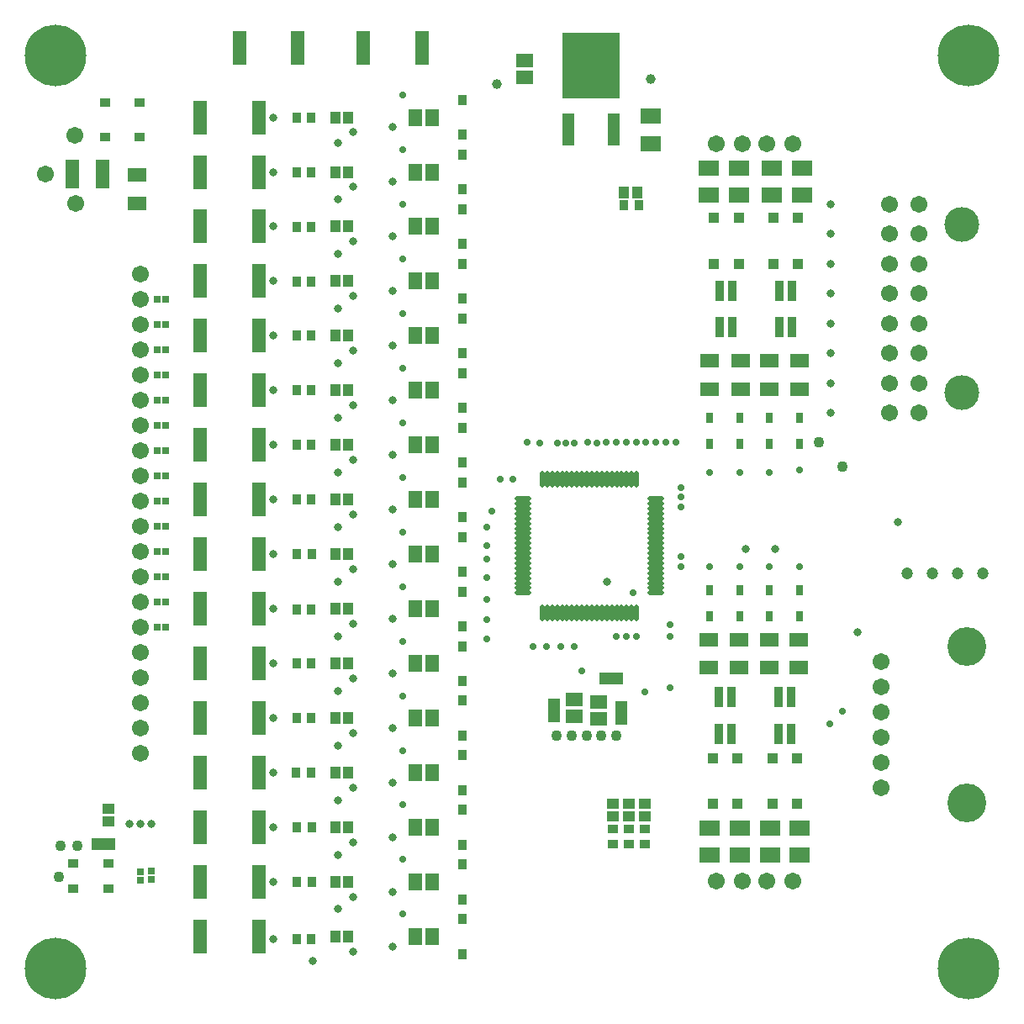
<source format=gts>
G04*
G04 #@! TF.GenerationSoftware,Altium Limited,Altium Designer,18.1.11 (251)*
G04*
G04 Layer_Color=8388736*
%FSLAX25Y25*%
%MOIN*%
G70*
G01*
G75*
%ADD40R,0.03162X0.02965*%
%ADD41R,0.02965X0.03162*%
%ADD42R,0.04147X0.03359*%
%ADD43R,0.04540X0.03950*%
%ADD44R,0.03359X0.04147*%
%ADD45R,0.03950X0.04540*%
%ADD46R,0.06509X0.05721*%
%ADD47R,0.07887X0.06115*%
%ADD48R,0.07690X0.05328*%
%ADD49R,0.04737X0.12611*%
%ADD50R,0.22650X0.25997*%
%ADD51R,0.02572X0.04147*%
%ADD52R,0.03950X0.03556*%
%ADD53R,0.04737X0.04737*%
%ADD54R,0.04737X0.04737*%
%ADD55R,0.05328X0.11430*%
%ADD56O,0.06509X0.01981*%
%ADD57O,0.01981X0.06509*%
%ADD58R,0.03950X0.04147*%
%ADD59R,0.03556X0.08477*%
%ADD60R,0.05721X0.06509*%
%ADD61R,0.03556X0.03950*%
%ADD62R,0.05524X0.13792*%
%ADD63C,0.04737*%
%ADD64C,0.15367*%
%ADD65C,0.06706*%
%ADD66C,0.24422*%
%ADD67C,0.13792*%
%ADD68C,0.03162*%
%ADD69C,0.02769*%
%ADD70C,0.04343*%
%ADD71C,0.03950*%
D40*
X56201Y281339D02*
D03*
X59547D02*
D03*
X56201Y151339D02*
D03*
X59547D02*
D03*
X56201Y161339D02*
D03*
X59547D02*
D03*
X56201Y171339D02*
D03*
X59547D02*
D03*
X56201Y181339D02*
D03*
X59547D02*
D03*
X56201Y191339D02*
D03*
X59547D02*
D03*
X56201Y201339D02*
D03*
X59547D02*
D03*
X56201Y211339D02*
D03*
X59547D02*
D03*
X56201Y221339D02*
D03*
X59547D02*
D03*
X56201Y231339D02*
D03*
X59547D02*
D03*
X56201Y241339D02*
D03*
X59547D02*
D03*
X56201Y251339D02*
D03*
X59547D02*
D03*
X56201Y261339D02*
D03*
X59547D02*
D03*
X56201Y271339D02*
D03*
X59547D02*
D03*
D41*
X49606Y54331D02*
D03*
Y50984D02*
D03*
X53937Y54429D02*
D03*
Y51083D02*
D03*
D42*
X237012Y71063D02*
D03*
Y65158D02*
D03*
X249606Y71063D02*
D03*
Y65158D02*
D03*
X243309Y71063D02*
D03*
Y65158D02*
D03*
D43*
X237008Y76181D02*
D03*
Y81299D02*
D03*
X37008Y79331D02*
D03*
Y74213D02*
D03*
X243307Y81299D02*
D03*
Y76181D02*
D03*
X249606Y81299D02*
D03*
Y76181D02*
D03*
D44*
X241339Y318504D02*
D03*
X247244D02*
D03*
X111417Y353346D02*
D03*
X117323D02*
D03*
X111417Y331496D02*
D03*
X117323D02*
D03*
X111417Y309941D02*
D03*
X117323D02*
D03*
X111417Y288287D02*
D03*
X117323D02*
D03*
X111417Y266732D02*
D03*
X117323D02*
D03*
X111417Y245079D02*
D03*
X117323D02*
D03*
X111417Y223425D02*
D03*
X117323D02*
D03*
X111417Y201772D02*
D03*
X117323D02*
D03*
X111614Y180118D02*
D03*
X117520D02*
D03*
X111417Y158366D02*
D03*
X117323D02*
D03*
X111417Y136811D02*
D03*
X117323D02*
D03*
X111417Y115157D02*
D03*
X117323D02*
D03*
X111319Y93504D02*
D03*
X117224D02*
D03*
X111516Y71850D02*
D03*
X117421D02*
D03*
X111516Y50197D02*
D03*
X117421D02*
D03*
X111417Y27559D02*
D03*
X117323D02*
D03*
D45*
X246457Y323622D02*
D03*
X241339D02*
D03*
X126772Y28543D02*
D03*
X131890D02*
D03*
X126772Y50197D02*
D03*
X131890D02*
D03*
X126772Y71850D02*
D03*
X131890D02*
D03*
X126772Y93504D02*
D03*
X131890D02*
D03*
X126772Y115157D02*
D03*
X131890D02*
D03*
X126772Y136811D02*
D03*
X131890D02*
D03*
X126772Y158465D02*
D03*
X131890D02*
D03*
X126772Y180118D02*
D03*
X131890D02*
D03*
X126772Y201772D02*
D03*
X131890D02*
D03*
X126772Y223425D02*
D03*
X131890D02*
D03*
X126772Y245079D02*
D03*
X131890D02*
D03*
X126772Y266732D02*
D03*
X131890D02*
D03*
X126772Y288386D02*
D03*
X131890D02*
D03*
X126772Y310039D02*
D03*
X131890D02*
D03*
X126772Y331693D02*
D03*
X131890D02*
D03*
X126772Y353346D02*
D03*
X131890D02*
D03*
D46*
X201772Y369291D02*
D03*
Y375984D02*
D03*
X231299Y121457D02*
D03*
Y114764D02*
D03*
X221457Y115748D02*
D03*
Y122441D02*
D03*
D47*
X300000Y322441D02*
D03*
Y333268D02*
D03*
X287008Y322441D02*
D03*
Y333268D02*
D03*
X274803Y322441D02*
D03*
Y333268D02*
D03*
X311811Y322539D02*
D03*
Y333366D02*
D03*
X251969Y353839D02*
D03*
Y343012D02*
D03*
X275098Y71555D02*
D03*
Y60728D02*
D03*
X287073Y71555D02*
D03*
Y60728D02*
D03*
X311024Y71555D02*
D03*
Y60728D02*
D03*
X299048Y71555D02*
D03*
Y60728D02*
D03*
D48*
X275000Y135039D02*
D03*
Y146260D02*
D03*
X286877Y135039D02*
D03*
Y146260D02*
D03*
X310630Y135039D02*
D03*
Y146260D02*
D03*
X311024Y256890D02*
D03*
Y245669D02*
D03*
X298950Y256890D02*
D03*
Y245669D02*
D03*
X287402Y256791D02*
D03*
Y245571D02*
D03*
X275197Y256840D02*
D03*
Y245620D02*
D03*
X298753Y135039D02*
D03*
Y146260D02*
D03*
X48228Y319193D02*
D03*
Y330413D02*
D03*
D49*
X219331Y348622D02*
D03*
X237362D02*
D03*
D50*
X228346Y374016D02*
D03*
D51*
X275197Y155413D02*
D03*
Y165847D02*
D03*
X287073D02*
D03*
Y155413D02*
D03*
X298950D02*
D03*
Y165847D02*
D03*
X310827D02*
D03*
Y155413D02*
D03*
Y234350D02*
D03*
Y223917D02*
D03*
X298950D02*
D03*
Y234350D02*
D03*
X287073D02*
D03*
Y223917D02*
D03*
X275197D02*
D03*
Y234350D02*
D03*
D52*
X23031Y57480D02*
D03*
X36811D02*
D03*
X23031Y47638D02*
D03*
X36811D02*
D03*
X35433Y345472D02*
D03*
X49213D02*
D03*
X35433Y359252D02*
D03*
X49213D02*
D03*
D53*
X240158Y114764D02*
D03*
Y119488D02*
D03*
X213583Y120472D02*
D03*
Y115748D02*
D03*
D54*
X233858Y130905D02*
D03*
X238583D02*
D03*
X32480Y65354D02*
D03*
X37205D02*
D03*
D55*
X22539Y330709D02*
D03*
X34547D02*
D03*
D56*
X201083Y202165D02*
D03*
Y200197D02*
D03*
Y198228D02*
D03*
Y196260D02*
D03*
Y194291D02*
D03*
Y192323D02*
D03*
Y190354D02*
D03*
Y188386D02*
D03*
Y186417D02*
D03*
Y184449D02*
D03*
Y182480D02*
D03*
Y180512D02*
D03*
Y178543D02*
D03*
Y176575D02*
D03*
Y174606D02*
D03*
Y172638D02*
D03*
Y170669D02*
D03*
Y168701D02*
D03*
Y166732D02*
D03*
Y164764D02*
D03*
X254035D02*
D03*
Y166732D02*
D03*
Y168701D02*
D03*
Y170669D02*
D03*
Y172638D02*
D03*
Y174606D02*
D03*
Y176575D02*
D03*
Y178543D02*
D03*
Y180512D02*
D03*
Y182480D02*
D03*
Y184449D02*
D03*
Y186417D02*
D03*
Y188386D02*
D03*
Y190354D02*
D03*
Y192323D02*
D03*
Y194291D02*
D03*
Y196260D02*
D03*
Y198228D02*
D03*
Y200197D02*
D03*
Y202165D02*
D03*
D57*
X208858Y156988D02*
D03*
X210827D02*
D03*
X212795D02*
D03*
X214764D02*
D03*
X216732D02*
D03*
X218701D02*
D03*
X220669D02*
D03*
X222638D02*
D03*
X224606D02*
D03*
X226575D02*
D03*
X228543D02*
D03*
X230512D02*
D03*
X232480D02*
D03*
X234449D02*
D03*
X236417D02*
D03*
X238386D02*
D03*
X240354D02*
D03*
X242323D02*
D03*
X244291D02*
D03*
X246260D02*
D03*
Y209941D02*
D03*
X244291D02*
D03*
X242323D02*
D03*
X240354D02*
D03*
X238386D02*
D03*
X236417D02*
D03*
X234449D02*
D03*
X232480D02*
D03*
X230512D02*
D03*
X228543D02*
D03*
X226575D02*
D03*
X224606D02*
D03*
X222638D02*
D03*
X220669D02*
D03*
X218701D02*
D03*
X216732D02*
D03*
X214764D02*
D03*
X212795D02*
D03*
X210827D02*
D03*
X208858D02*
D03*
D58*
X276476Y99311D02*
D03*
X286319D02*
D03*
X276476Y81201D02*
D03*
X286319D02*
D03*
X300098Y99311D02*
D03*
X309941D02*
D03*
X300098Y81201D02*
D03*
X309941D02*
D03*
X310335Y295276D02*
D03*
X300492D02*
D03*
X310335Y313386D02*
D03*
X300492D02*
D03*
X286713Y295276D02*
D03*
X276870D02*
D03*
X286713Y313386D02*
D03*
X276870D02*
D03*
D59*
X283996Y108957D02*
D03*
X278996D02*
D03*
X283996Y123524D02*
D03*
X278996D02*
D03*
X307618Y108957D02*
D03*
X302618D02*
D03*
X307618Y123524D02*
D03*
X302618D02*
D03*
X307756Y270079D02*
D03*
X302756D02*
D03*
X307756Y284646D02*
D03*
X302756D02*
D03*
X284252Y270079D02*
D03*
X279252D02*
D03*
X284252Y284646D02*
D03*
X279252D02*
D03*
D60*
X158563Y28543D02*
D03*
X165256D02*
D03*
X158563Y50197D02*
D03*
X165256D02*
D03*
X158563Y71850D02*
D03*
X165256D02*
D03*
X158563Y93504D02*
D03*
X165256D02*
D03*
X158563Y115157D02*
D03*
X165256D02*
D03*
X158563Y136811D02*
D03*
X165256D02*
D03*
X158563Y158465D02*
D03*
X165256D02*
D03*
X158563Y180118D02*
D03*
X165256D02*
D03*
X158563Y201772D02*
D03*
X165256D02*
D03*
X158563Y223425D02*
D03*
X165256D02*
D03*
X158563Y245079D02*
D03*
X165256D02*
D03*
X158563Y266732D02*
D03*
X165256D02*
D03*
X158563Y288386D02*
D03*
X165256D02*
D03*
X158563Y310039D02*
D03*
X165256D02*
D03*
X158563Y331693D02*
D03*
X165256D02*
D03*
X158563Y353346D02*
D03*
X165256D02*
D03*
D61*
X177165Y35433D02*
D03*
Y21654D02*
D03*
Y43307D02*
D03*
Y57087D02*
D03*
Y78740D02*
D03*
Y64961D02*
D03*
Y86614D02*
D03*
Y100394D02*
D03*
Y122047D02*
D03*
Y108268D02*
D03*
Y129921D02*
D03*
Y143701D02*
D03*
Y165354D02*
D03*
Y151575D02*
D03*
Y173228D02*
D03*
Y187008D02*
D03*
Y208661D02*
D03*
Y194882D02*
D03*
X177166Y216535D02*
D03*
Y230315D02*
D03*
Y251969D02*
D03*
Y238189D02*
D03*
Y259842D02*
D03*
Y273622D02*
D03*
X177165Y295276D02*
D03*
Y281496D02*
D03*
Y303150D02*
D03*
Y316929D02*
D03*
X177165Y338583D02*
D03*
Y324803D02*
D03*
X177165Y346457D02*
D03*
Y360236D02*
D03*
D62*
X96457Y28543D02*
D03*
X73229D02*
D03*
X96457Y50197D02*
D03*
X73229D02*
D03*
X96457Y71850D02*
D03*
X73229D02*
D03*
X96457Y93504D02*
D03*
X73229D02*
D03*
X96457Y115157D02*
D03*
X73229D02*
D03*
X96457Y136811D02*
D03*
X73229D02*
D03*
X96457Y158465D02*
D03*
X73229D02*
D03*
X96457Y180118D02*
D03*
X73229D02*
D03*
X96457Y201772D02*
D03*
X73229D02*
D03*
X96457Y223425D02*
D03*
X73229D02*
D03*
X96457Y245079D02*
D03*
X73229D02*
D03*
X96457Y266732D02*
D03*
X73229D02*
D03*
X96457Y288386D02*
D03*
X73229D02*
D03*
X96457Y310039D02*
D03*
X73229D02*
D03*
X96457Y331693D02*
D03*
X73229D02*
D03*
X96457Y353346D02*
D03*
X73229D02*
D03*
X112008Y380906D02*
D03*
X88779D02*
D03*
X161221D02*
D03*
X137992D02*
D03*
D63*
X353622Y172441D02*
D03*
X363622D02*
D03*
X373622D02*
D03*
X383622D02*
D03*
D64*
X377165Y143701D02*
D03*
X377265Y81501D02*
D03*
D65*
X343365Y137601D02*
D03*
Y127601D02*
D03*
Y117501D02*
D03*
Y107601D02*
D03*
Y97501D02*
D03*
X343265Y87601D02*
D03*
X49606Y101339D02*
D03*
Y111339D02*
D03*
Y121339D02*
D03*
Y131339D02*
D03*
Y141339D02*
D03*
Y151339D02*
D03*
Y161339D02*
D03*
Y171339D02*
D03*
Y181339D02*
D03*
Y191339D02*
D03*
Y201339D02*
D03*
Y211339D02*
D03*
Y221339D02*
D03*
Y231339D02*
D03*
Y241339D02*
D03*
Y251339D02*
D03*
Y261339D02*
D03*
Y271339D02*
D03*
Y281339D02*
D03*
Y291339D02*
D03*
X346457Y236221D02*
D03*
Y248031D02*
D03*
Y259842D02*
D03*
Y271654D02*
D03*
Y283465D02*
D03*
Y295276D02*
D03*
Y307087D02*
D03*
Y318898D02*
D03*
X358268D02*
D03*
Y307087D02*
D03*
Y295276D02*
D03*
Y283465D02*
D03*
Y271654D02*
D03*
Y259842D02*
D03*
Y248031D02*
D03*
Y236221D02*
D03*
X308268Y342913D02*
D03*
X298031D02*
D03*
X288189D02*
D03*
X277953D02*
D03*
Y50394D02*
D03*
X288189D02*
D03*
X298031D02*
D03*
X308268D02*
D03*
X23720Y319193D02*
D03*
X11811Y330709D02*
D03*
X23622Y346063D02*
D03*
D66*
X15748Y377953D02*
D03*
Y15748D02*
D03*
X377953D02*
D03*
Y377953D02*
D03*
D67*
X375276Y310827D02*
D03*
Y244291D02*
D03*
D68*
X349909Y192913D02*
D03*
X333858Y149219D02*
D03*
X234449Y169140D02*
D03*
X117717Y18898D02*
D03*
X102362Y27559D02*
D03*
X323228Y318898D02*
D03*
Y236221D02*
D03*
Y295276D02*
D03*
X102362Y136811D02*
D03*
Y158465D02*
D03*
Y180118D02*
D03*
Y201772D02*
D03*
Y223425D02*
D03*
Y245079D02*
D03*
Y266732D02*
D03*
Y288386D02*
D03*
Y310039D02*
D03*
Y331496D02*
D03*
Y353346D02*
D03*
Y115157D02*
D03*
Y93504D02*
D03*
Y71850D02*
D03*
Y50197D02*
D03*
X133858Y347441D02*
D03*
X127953Y343307D02*
D03*
X133858Y325787D02*
D03*
X127953Y320866D02*
D03*
X133858Y304134D02*
D03*
X127953Y299213D02*
D03*
X133858Y282480D02*
D03*
X127953Y277559D02*
D03*
X133859Y260827D02*
D03*
X127953Y255906D02*
D03*
X133859Y239173D02*
D03*
X127953Y234252D02*
D03*
X133859Y217520D02*
D03*
X127953Y212598D02*
D03*
X133858Y195866D02*
D03*
X127953Y39370D02*
D03*
X133858Y22638D02*
D03*
X127953Y61024D02*
D03*
X133858Y44291D02*
D03*
X127953Y82677D02*
D03*
X133858Y65945D02*
D03*
X127953Y104331D02*
D03*
X133858Y87598D02*
D03*
X127953Y125984D02*
D03*
X133858Y109252D02*
D03*
X127953Y147638D02*
D03*
X133858Y130905D02*
D03*
X127953Y169291D02*
D03*
X133858Y152559D02*
D03*
X127953Y190945D02*
D03*
X133858Y174213D02*
D03*
X323228Y307087D02*
D03*
Y248031D02*
D03*
Y259842D02*
D03*
Y271654D02*
D03*
Y283465D02*
D03*
X149606Y24606D02*
D03*
Y46260D02*
D03*
Y67913D02*
D03*
Y89567D02*
D03*
Y111221D02*
D03*
Y132874D02*
D03*
Y197835D02*
D03*
Y176181D02*
D03*
Y154527D02*
D03*
X149607Y219488D02*
D03*
Y241142D02*
D03*
Y262795D02*
D03*
X149606Y284449D02*
D03*
Y306102D02*
D03*
X149606Y327756D02*
D03*
X149606Y349409D02*
D03*
X45276Y73228D02*
D03*
X53937D02*
D03*
X49606D02*
D03*
X289484Y182169D02*
D03*
X301181Y182283D02*
D03*
D69*
X249610Y125546D02*
D03*
X244882Y164764D02*
D03*
X259449Y152342D02*
D03*
X259462Y127165D02*
D03*
X327953Y117785D02*
D03*
X259449Y147638D02*
D03*
X322835Y112785D02*
D03*
X310827Y213386D02*
D03*
X275197Y212598D02*
D03*
X188976Y197245D02*
D03*
X187008Y170866D02*
D03*
X224410Y133858D02*
D03*
X153543Y362205D02*
D03*
X214961Y224213D02*
D03*
X298950Y212598D02*
D03*
X287073Y212598D02*
D03*
X310827Y175197D02*
D03*
X298950D02*
D03*
X287073D02*
D03*
X275197D02*
D03*
X153543Y59055D02*
D03*
Y80709D02*
D03*
Y102362D02*
D03*
Y124016D02*
D03*
Y145669D02*
D03*
Y167323D02*
D03*
Y188976D02*
D03*
Y210630D02*
D03*
Y232283D02*
D03*
Y253937D02*
D03*
Y275590D02*
D03*
Y297244D02*
D03*
Y318898D02*
D03*
Y340551D02*
D03*
X242126Y147638D02*
D03*
X218209Y224311D02*
D03*
X207874D02*
D03*
X202756Y224410D02*
D03*
X234252D02*
D03*
X238189D02*
D03*
X261811D02*
D03*
X250000D02*
D03*
X246063D02*
D03*
X257874D02*
D03*
X253937D02*
D03*
X242126D02*
D03*
X246063Y147638D02*
D03*
X263779Y206693D02*
D03*
Y202756D02*
D03*
Y198819D02*
D03*
X230433Y224291D02*
D03*
X226772Y224410D02*
D03*
X221654Y224213D02*
D03*
X197244Y209842D02*
D03*
X192126D02*
D03*
X187008Y190945D02*
D03*
X187008Y183465D02*
D03*
Y178347D02*
D03*
Y162205D02*
D03*
X187008Y154331D02*
D03*
X187008Y146457D02*
D03*
X210630Y143701D02*
D03*
X205118D02*
D03*
X216142D02*
D03*
X221654D02*
D03*
X238189Y147638D02*
D03*
X153543Y37402D02*
D03*
X263779Y175197D02*
D03*
Y179134D02*
D03*
D70*
X220579Y108268D02*
D03*
X226378D02*
D03*
X232283D02*
D03*
X238189D02*
D03*
X214567D02*
D03*
X17323Y52362D02*
D03*
X17717Y64567D02*
D03*
X24409D02*
D03*
X318504Y224410D02*
D03*
X327953Y214961D02*
D03*
D71*
X251969Y368504D02*
D03*
X190945Y366535D02*
D03*
M02*

</source>
